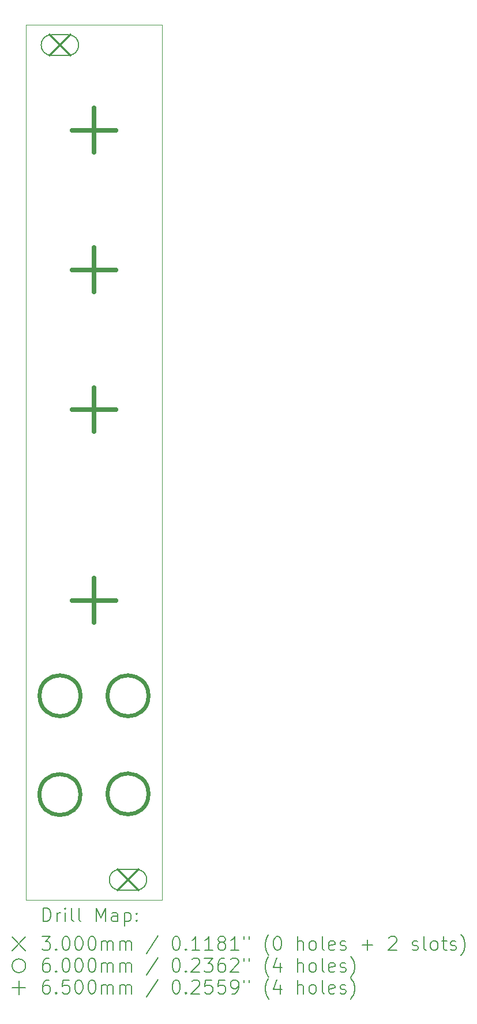
<source format=gbr>
%TF.GenerationSoftware,KiCad,Pcbnew,6.0.10+dfsg-1~bpo11+1*%
%TF.CreationDate,Date%
%TF.ProjectId,RP2040-VCO,52503230-3430-42d5-9643-4f2e6b696361,rev?*%
%TF.SameCoordinates,Original*%
%TF.FileFunction,Drillmap*%
%TF.FilePolarity,Positive*%
%FSLAX45Y45*%
G04 Gerber Fmt 4.5, Leading zero omitted, Abs format (unit mm)*
G04 Created by KiCad*
%MOMM*%
%LPD*%
G01*
G04 APERTURE LIST*
%ADD10C,0.050000*%
%ADD11C,0.200000*%
%ADD12C,0.300000*%
%ADD13C,0.600000*%
%ADD14C,0.650000*%
G04 APERTURE END LIST*
D10*
X13150000Y-2700000D02*
X13150000Y-15550000D01*
X11150000Y-15550000D02*
X11150000Y-15100000D01*
X11150000Y-2700000D02*
X11150000Y-15100000D01*
X13150000Y-15550000D02*
X11150000Y-15550000D01*
X11150000Y-2700000D02*
X13150000Y-2700000D01*
D11*
D12*
X11500000Y-2850000D02*
X11800000Y-3150000D01*
X11800000Y-2850000D02*
X11500000Y-3150000D01*
D11*
X11525000Y-3150000D02*
X11775000Y-3150000D01*
X11525000Y-2850000D02*
X11775000Y-2850000D01*
X11775000Y-3150000D02*
G75*
G03*
X11775000Y-2850000I0J150000D01*
G01*
X11525000Y-2850000D02*
G75*
G03*
X11525000Y-3150000I0J-150000D01*
G01*
D12*
X12500000Y-15100000D02*
X12800000Y-15400000D01*
X12800000Y-15100000D02*
X12500000Y-15400000D01*
D11*
X12525000Y-15400000D02*
X12775000Y-15400000D01*
X12525000Y-15100000D02*
X12775000Y-15100000D01*
X12775000Y-15400000D02*
G75*
G03*
X12775000Y-15100000I0J150000D01*
G01*
X12525000Y-15100000D02*
G75*
G03*
X12525000Y-15400000I0J-150000D01*
G01*
D13*
X11950000Y-14000000D02*
G75*
G03*
X11950000Y-14000000I-300000J0D01*
G01*
X11951500Y-12550000D02*
G75*
G03*
X11951500Y-12550000I-300000J0D01*
G01*
X12950000Y-12550000D02*
G75*
G03*
X12950000Y-12550000I-300000J0D01*
G01*
X12950000Y-13990000D02*
G75*
G03*
X12950000Y-13990000I-300000J0D01*
G01*
D14*
X12150000Y-3925000D02*
X12150000Y-4575000D01*
X11825000Y-4250000D02*
X12475000Y-4250000D01*
X12150000Y-5975000D02*
X12150000Y-6625000D01*
X11825000Y-6300000D02*
X12475000Y-6300000D01*
X12150000Y-8025000D02*
X12150000Y-8675000D01*
X11825000Y-8350000D02*
X12475000Y-8350000D01*
X12150000Y-10825000D02*
X12150000Y-11475000D01*
X11825000Y-11150000D02*
X12475000Y-11150000D01*
D11*
X11405119Y-15862976D02*
X11405119Y-15662976D01*
X11452738Y-15662976D01*
X11481309Y-15672500D01*
X11500357Y-15691548D01*
X11509881Y-15710595D01*
X11519405Y-15748690D01*
X11519405Y-15777262D01*
X11509881Y-15815357D01*
X11500357Y-15834405D01*
X11481309Y-15853452D01*
X11452738Y-15862976D01*
X11405119Y-15862976D01*
X11605119Y-15862976D02*
X11605119Y-15729643D01*
X11605119Y-15767738D02*
X11614643Y-15748690D01*
X11624166Y-15739167D01*
X11643214Y-15729643D01*
X11662262Y-15729643D01*
X11728928Y-15862976D02*
X11728928Y-15729643D01*
X11728928Y-15662976D02*
X11719405Y-15672500D01*
X11728928Y-15682024D01*
X11738452Y-15672500D01*
X11728928Y-15662976D01*
X11728928Y-15682024D01*
X11852738Y-15862976D02*
X11833690Y-15853452D01*
X11824166Y-15834405D01*
X11824166Y-15662976D01*
X11957500Y-15862976D02*
X11938452Y-15853452D01*
X11928928Y-15834405D01*
X11928928Y-15662976D01*
X12186071Y-15862976D02*
X12186071Y-15662976D01*
X12252738Y-15805833D01*
X12319405Y-15662976D01*
X12319405Y-15862976D01*
X12500357Y-15862976D02*
X12500357Y-15758214D01*
X12490833Y-15739167D01*
X12471786Y-15729643D01*
X12433690Y-15729643D01*
X12414643Y-15739167D01*
X12500357Y-15853452D02*
X12481309Y-15862976D01*
X12433690Y-15862976D01*
X12414643Y-15853452D01*
X12405119Y-15834405D01*
X12405119Y-15815357D01*
X12414643Y-15796309D01*
X12433690Y-15786786D01*
X12481309Y-15786786D01*
X12500357Y-15777262D01*
X12595595Y-15729643D02*
X12595595Y-15929643D01*
X12595595Y-15739167D02*
X12614643Y-15729643D01*
X12652738Y-15729643D01*
X12671786Y-15739167D01*
X12681309Y-15748690D01*
X12690833Y-15767738D01*
X12690833Y-15824881D01*
X12681309Y-15843928D01*
X12671786Y-15853452D01*
X12652738Y-15862976D01*
X12614643Y-15862976D01*
X12595595Y-15853452D01*
X12776547Y-15843928D02*
X12786071Y-15853452D01*
X12776547Y-15862976D01*
X12767024Y-15853452D01*
X12776547Y-15843928D01*
X12776547Y-15862976D01*
X12776547Y-15739167D02*
X12786071Y-15748690D01*
X12776547Y-15758214D01*
X12767024Y-15748690D01*
X12776547Y-15739167D01*
X12776547Y-15758214D01*
X10947500Y-16092500D02*
X11147500Y-16292500D01*
X11147500Y-16092500D02*
X10947500Y-16292500D01*
X11386071Y-16082976D02*
X11509881Y-16082976D01*
X11443214Y-16159167D01*
X11471786Y-16159167D01*
X11490833Y-16168690D01*
X11500357Y-16178214D01*
X11509881Y-16197262D01*
X11509881Y-16244881D01*
X11500357Y-16263928D01*
X11490833Y-16273452D01*
X11471786Y-16282976D01*
X11414643Y-16282976D01*
X11395595Y-16273452D01*
X11386071Y-16263928D01*
X11595595Y-16263928D02*
X11605119Y-16273452D01*
X11595595Y-16282976D01*
X11586071Y-16273452D01*
X11595595Y-16263928D01*
X11595595Y-16282976D01*
X11728928Y-16082976D02*
X11747976Y-16082976D01*
X11767024Y-16092500D01*
X11776547Y-16102024D01*
X11786071Y-16121071D01*
X11795595Y-16159167D01*
X11795595Y-16206786D01*
X11786071Y-16244881D01*
X11776547Y-16263928D01*
X11767024Y-16273452D01*
X11747976Y-16282976D01*
X11728928Y-16282976D01*
X11709881Y-16273452D01*
X11700357Y-16263928D01*
X11690833Y-16244881D01*
X11681309Y-16206786D01*
X11681309Y-16159167D01*
X11690833Y-16121071D01*
X11700357Y-16102024D01*
X11709881Y-16092500D01*
X11728928Y-16082976D01*
X11919405Y-16082976D02*
X11938452Y-16082976D01*
X11957500Y-16092500D01*
X11967024Y-16102024D01*
X11976547Y-16121071D01*
X11986071Y-16159167D01*
X11986071Y-16206786D01*
X11976547Y-16244881D01*
X11967024Y-16263928D01*
X11957500Y-16273452D01*
X11938452Y-16282976D01*
X11919405Y-16282976D01*
X11900357Y-16273452D01*
X11890833Y-16263928D01*
X11881309Y-16244881D01*
X11871786Y-16206786D01*
X11871786Y-16159167D01*
X11881309Y-16121071D01*
X11890833Y-16102024D01*
X11900357Y-16092500D01*
X11919405Y-16082976D01*
X12109881Y-16082976D02*
X12128928Y-16082976D01*
X12147976Y-16092500D01*
X12157500Y-16102024D01*
X12167024Y-16121071D01*
X12176547Y-16159167D01*
X12176547Y-16206786D01*
X12167024Y-16244881D01*
X12157500Y-16263928D01*
X12147976Y-16273452D01*
X12128928Y-16282976D01*
X12109881Y-16282976D01*
X12090833Y-16273452D01*
X12081309Y-16263928D01*
X12071786Y-16244881D01*
X12062262Y-16206786D01*
X12062262Y-16159167D01*
X12071786Y-16121071D01*
X12081309Y-16102024D01*
X12090833Y-16092500D01*
X12109881Y-16082976D01*
X12262262Y-16282976D02*
X12262262Y-16149643D01*
X12262262Y-16168690D02*
X12271786Y-16159167D01*
X12290833Y-16149643D01*
X12319405Y-16149643D01*
X12338452Y-16159167D01*
X12347976Y-16178214D01*
X12347976Y-16282976D01*
X12347976Y-16178214D02*
X12357500Y-16159167D01*
X12376547Y-16149643D01*
X12405119Y-16149643D01*
X12424166Y-16159167D01*
X12433690Y-16178214D01*
X12433690Y-16282976D01*
X12528928Y-16282976D02*
X12528928Y-16149643D01*
X12528928Y-16168690D02*
X12538452Y-16159167D01*
X12557500Y-16149643D01*
X12586071Y-16149643D01*
X12605119Y-16159167D01*
X12614643Y-16178214D01*
X12614643Y-16282976D01*
X12614643Y-16178214D02*
X12624166Y-16159167D01*
X12643214Y-16149643D01*
X12671786Y-16149643D01*
X12690833Y-16159167D01*
X12700357Y-16178214D01*
X12700357Y-16282976D01*
X13090833Y-16073452D02*
X12919405Y-16330595D01*
X13347976Y-16082976D02*
X13367024Y-16082976D01*
X13386071Y-16092500D01*
X13395595Y-16102024D01*
X13405119Y-16121071D01*
X13414643Y-16159167D01*
X13414643Y-16206786D01*
X13405119Y-16244881D01*
X13395595Y-16263928D01*
X13386071Y-16273452D01*
X13367024Y-16282976D01*
X13347976Y-16282976D01*
X13328928Y-16273452D01*
X13319405Y-16263928D01*
X13309881Y-16244881D01*
X13300357Y-16206786D01*
X13300357Y-16159167D01*
X13309881Y-16121071D01*
X13319405Y-16102024D01*
X13328928Y-16092500D01*
X13347976Y-16082976D01*
X13500357Y-16263928D02*
X13509881Y-16273452D01*
X13500357Y-16282976D01*
X13490833Y-16273452D01*
X13500357Y-16263928D01*
X13500357Y-16282976D01*
X13700357Y-16282976D02*
X13586071Y-16282976D01*
X13643214Y-16282976D02*
X13643214Y-16082976D01*
X13624166Y-16111548D01*
X13605119Y-16130595D01*
X13586071Y-16140119D01*
X13890833Y-16282976D02*
X13776547Y-16282976D01*
X13833690Y-16282976D02*
X13833690Y-16082976D01*
X13814643Y-16111548D01*
X13795595Y-16130595D01*
X13776547Y-16140119D01*
X14005119Y-16168690D02*
X13986071Y-16159167D01*
X13976547Y-16149643D01*
X13967024Y-16130595D01*
X13967024Y-16121071D01*
X13976547Y-16102024D01*
X13986071Y-16092500D01*
X14005119Y-16082976D01*
X14043214Y-16082976D01*
X14062262Y-16092500D01*
X14071786Y-16102024D01*
X14081309Y-16121071D01*
X14081309Y-16130595D01*
X14071786Y-16149643D01*
X14062262Y-16159167D01*
X14043214Y-16168690D01*
X14005119Y-16168690D01*
X13986071Y-16178214D01*
X13976547Y-16187738D01*
X13967024Y-16206786D01*
X13967024Y-16244881D01*
X13976547Y-16263928D01*
X13986071Y-16273452D01*
X14005119Y-16282976D01*
X14043214Y-16282976D01*
X14062262Y-16273452D01*
X14071786Y-16263928D01*
X14081309Y-16244881D01*
X14081309Y-16206786D01*
X14071786Y-16187738D01*
X14062262Y-16178214D01*
X14043214Y-16168690D01*
X14271786Y-16282976D02*
X14157500Y-16282976D01*
X14214643Y-16282976D02*
X14214643Y-16082976D01*
X14195595Y-16111548D01*
X14176547Y-16130595D01*
X14157500Y-16140119D01*
X14347976Y-16082976D02*
X14347976Y-16121071D01*
X14424166Y-16082976D02*
X14424166Y-16121071D01*
X14719405Y-16359167D02*
X14709881Y-16349643D01*
X14690833Y-16321071D01*
X14681309Y-16302024D01*
X14671786Y-16273452D01*
X14662262Y-16225833D01*
X14662262Y-16187738D01*
X14671786Y-16140119D01*
X14681309Y-16111548D01*
X14690833Y-16092500D01*
X14709881Y-16063928D01*
X14719405Y-16054405D01*
X14833690Y-16082976D02*
X14852738Y-16082976D01*
X14871786Y-16092500D01*
X14881309Y-16102024D01*
X14890833Y-16121071D01*
X14900357Y-16159167D01*
X14900357Y-16206786D01*
X14890833Y-16244881D01*
X14881309Y-16263928D01*
X14871786Y-16273452D01*
X14852738Y-16282976D01*
X14833690Y-16282976D01*
X14814643Y-16273452D01*
X14805119Y-16263928D01*
X14795595Y-16244881D01*
X14786071Y-16206786D01*
X14786071Y-16159167D01*
X14795595Y-16121071D01*
X14805119Y-16102024D01*
X14814643Y-16092500D01*
X14833690Y-16082976D01*
X15138452Y-16282976D02*
X15138452Y-16082976D01*
X15224166Y-16282976D02*
X15224166Y-16178214D01*
X15214643Y-16159167D01*
X15195595Y-16149643D01*
X15167024Y-16149643D01*
X15147976Y-16159167D01*
X15138452Y-16168690D01*
X15347976Y-16282976D02*
X15328928Y-16273452D01*
X15319405Y-16263928D01*
X15309881Y-16244881D01*
X15309881Y-16187738D01*
X15319405Y-16168690D01*
X15328928Y-16159167D01*
X15347976Y-16149643D01*
X15376547Y-16149643D01*
X15395595Y-16159167D01*
X15405119Y-16168690D01*
X15414643Y-16187738D01*
X15414643Y-16244881D01*
X15405119Y-16263928D01*
X15395595Y-16273452D01*
X15376547Y-16282976D01*
X15347976Y-16282976D01*
X15528928Y-16282976D02*
X15509881Y-16273452D01*
X15500357Y-16254405D01*
X15500357Y-16082976D01*
X15681309Y-16273452D02*
X15662262Y-16282976D01*
X15624166Y-16282976D01*
X15605119Y-16273452D01*
X15595595Y-16254405D01*
X15595595Y-16178214D01*
X15605119Y-16159167D01*
X15624166Y-16149643D01*
X15662262Y-16149643D01*
X15681309Y-16159167D01*
X15690833Y-16178214D01*
X15690833Y-16197262D01*
X15595595Y-16216309D01*
X15767024Y-16273452D02*
X15786071Y-16282976D01*
X15824166Y-16282976D01*
X15843214Y-16273452D01*
X15852738Y-16254405D01*
X15852738Y-16244881D01*
X15843214Y-16225833D01*
X15824166Y-16216309D01*
X15795595Y-16216309D01*
X15776547Y-16206786D01*
X15767024Y-16187738D01*
X15767024Y-16178214D01*
X15776547Y-16159167D01*
X15795595Y-16149643D01*
X15824166Y-16149643D01*
X15843214Y-16159167D01*
X16090833Y-16206786D02*
X16243214Y-16206786D01*
X16167024Y-16282976D02*
X16167024Y-16130595D01*
X16481309Y-16102024D02*
X16490833Y-16092500D01*
X16509881Y-16082976D01*
X16557500Y-16082976D01*
X16576547Y-16092500D01*
X16586071Y-16102024D01*
X16595595Y-16121071D01*
X16595595Y-16140119D01*
X16586071Y-16168690D01*
X16471786Y-16282976D01*
X16595595Y-16282976D01*
X16824167Y-16273452D02*
X16843214Y-16282976D01*
X16881309Y-16282976D01*
X16900357Y-16273452D01*
X16909881Y-16254405D01*
X16909881Y-16244881D01*
X16900357Y-16225833D01*
X16881309Y-16216309D01*
X16852738Y-16216309D01*
X16833690Y-16206786D01*
X16824167Y-16187738D01*
X16824167Y-16178214D01*
X16833690Y-16159167D01*
X16852738Y-16149643D01*
X16881309Y-16149643D01*
X16900357Y-16159167D01*
X17024167Y-16282976D02*
X17005119Y-16273452D01*
X16995595Y-16254405D01*
X16995595Y-16082976D01*
X17128928Y-16282976D02*
X17109881Y-16273452D01*
X17100357Y-16263928D01*
X17090833Y-16244881D01*
X17090833Y-16187738D01*
X17100357Y-16168690D01*
X17109881Y-16159167D01*
X17128928Y-16149643D01*
X17157500Y-16149643D01*
X17176548Y-16159167D01*
X17186071Y-16168690D01*
X17195595Y-16187738D01*
X17195595Y-16244881D01*
X17186071Y-16263928D01*
X17176548Y-16273452D01*
X17157500Y-16282976D01*
X17128928Y-16282976D01*
X17252738Y-16149643D02*
X17328928Y-16149643D01*
X17281309Y-16082976D02*
X17281309Y-16254405D01*
X17290833Y-16273452D01*
X17309881Y-16282976D01*
X17328928Y-16282976D01*
X17386071Y-16273452D02*
X17405119Y-16282976D01*
X17443214Y-16282976D01*
X17462262Y-16273452D01*
X17471786Y-16254405D01*
X17471786Y-16244881D01*
X17462262Y-16225833D01*
X17443214Y-16216309D01*
X17414643Y-16216309D01*
X17395595Y-16206786D01*
X17386071Y-16187738D01*
X17386071Y-16178214D01*
X17395595Y-16159167D01*
X17414643Y-16149643D01*
X17443214Y-16149643D01*
X17462262Y-16159167D01*
X17538452Y-16359167D02*
X17547976Y-16349643D01*
X17567024Y-16321071D01*
X17576548Y-16302024D01*
X17586071Y-16273452D01*
X17595595Y-16225833D01*
X17595595Y-16187738D01*
X17586071Y-16140119D01*
X17576548Y-16111548D01*
X17567024Y-16092500D01*
X17547976Y-16063928D01*
X17538452Y-16054405D01*
X11147500Y-16512500D02*
G75*
G03*
X11147500Y-16512500I-100000J0D01*
G01*
X11490833Y-16402976D02*
X11452738Y-16402976D01*
X11433690Y-16412500D01*
X11424166Y-16422024D01*
X11405119Y-16450595D01*
X11395595Y-16488690D01*
X11395595Y-16564881D01*
X11405119Y-16583928D01*
X11414643Y-16593452D01*
X11433690Y-16602976D01*
X11471786Y-16602976D01*
X11490833Y-16593452D01*
X11500357Y-16583928D01*
X11509881Y-16564881D01*
X11509881Y-16517262D01*
X11500357Y-16498214D01*
X11490833Y-16488690D01*
X11471786Y-16479167D01*
X11433690Y-16479167D01*
X11414643Y-16488690D01*
X11405119Y-16498214D01*
X11395595Y-16517262D01*
X11595595Y-16583928D02*
X11605119Y-16593452D01*
X11595595Y-16602976D01*
X11586071Y-16593452D01*
X11595595Y-16583928D01*
X11595595Y-16602976D01*
X11728928Y-16402976D02*
X11747976Y-16402976D01*
X11767024Y-16412500D01*
X11776547Y-16422024D01*
X11786071Y-16441071D01*
X11795595Y-16479167D01*
X11795595Y-16526786D01*
X11786071Y-16564881D01*
X11776547Y-16583928D01*
X11767024Y-16593452D01*
X11747976Y-16602976D01*
X11728928Y-16602976D01*
X11709881Y-16593452D01*
X11700357Y-16583928D01*
X11690833Y-16564881D01*
X11681309Y-16526786D01*
X11681309Y-16479167D01*
X11690833Y-16441071D01*
X11700357Y-16422024D01*
X11709881Y-16412500D01*
X11728928Y-16402976D01*
X11919405Y-16402976D02*
X11938452Y-16402976D01*
X11957500Y-16412500D01*
X11967024Y-16422024D01*
X11976547Y-16441071D01*
X11986071Y-16479167D01*
X11986071Y-16526786D01*
X11976547Y-16564881D01*
X11967024Y-16583928D01*
X11957500Y-16593452D01*
X11938452Y-16602976D01*
X11919405Y-16602976D01*
X11900357Y-16593452D01*
X11890833Y-16583928D01*
X11881309Y-16564881D01*
X11871786Y-16526786D01*
X11871786Y-16479167D01*
X11881309Y-16441071D01*
X11890833Y-16422024D01*
X11900357Y-16412500D01*
X11919405Y-16402976D01*
X12109881Y-16402976D02*
X12128928Y-16402976D01*
X12147976Y-16412500D01*
X12157500Y-16422024D01*
X12167024Y-16441071D01*
X12176547Y-16479167D01*
X12176547Y-16526786D01*
X12167024Y-16564881D01*
X12157500Y-16583928D01*
X12147976Y-16593452D01*
X12128928Y-16602976D01*
X12109881Y-16602976D01*
X12090833Y-16593452D01*
X12081309Y-16583928D01*
X12071786Y-16564881D01*
X12062262Y-16526786D01*
X12062262Y-16479167D01*
X12071786Y-16441071D01*
X12081309Y-16422024D01*
X12090833Y-16412500D01*
X12109881Y-16402976D01*
X12262262Y-16602976D02*
X12262262Y-16469643D01*
X12262262Y-16488690D02*
X12271786Y-16479167D01*
X12290833Y-16469643D01*
X12319405Y-16469643D01*
X12338452Y-16479167D01*
X12347976Y-16498214D01*
X12347976Y-16602976D01*
X12347976Y-16498214D02*
X12357500Y-16479167D01*
X12376547Y-16469643D01*
X12405119Y-16469643D01*
X12424166Y-16479167D01*
X12433690Y-16498214D01*
X12433690Y-16602976D01*
X12528928Y-16602976D02*
X12528928Y-16469643D01*
X12528928Y-16488690D02*
X12538452Y-16479167D01*
X12557500Y-16469643D01*
X12586071Y-16469643D01*
X12605119Y-16479167D01*
X12614643Y-16498214D01*
X12614643Y-16602976D01*
X12614643Y-16498214D02*
X12624166Y-16479167D01*
X12643214Y-16469643D01*
X12671786Y-16469643D01*
X12690833Y-16479167D01*
X12700357Y-16498214D01*
X12700357Y-16602976D01*
X13090833Y-16393452D02*
X12919405Y-16650595D01*
X13347976Y-16402976D02*
X13367024Y-16402976D01*
X13386071Y-16412500D01*
X13395595Y-16422024D01*
X13405119Y-16441071D01*
X13414643Y-16479167D01*
X13414643Y-16526786D01*
X13405119Y-16564881D01*
X13395595Y-16583928D01*
X13386071Y-16593452D01*
X13367024Y-16602976D01*
X13347976Y-16602976D01*
X13328928Y-16593452D01*
X13319405Y-16583928D01*
X13309881Y-16564881D01*
X13300357Y-16526786D01*
X13300357Y-16479167D01*
X13309881Y-16441071D01*
X13319405Y-16422024D01*
X13328928Y-16412500D01*
X13347976Y-16402976D01*
X13500357Y-16583928D02*
X13509881Y-16593452D01*
X13500357Y-16602976D01*
X13490833Y-16593452D01*
X13500357Y-16583928D01*
X13500357Y-16602976D01*
X13586071Y-16422024D02*
X13595595Y-16412500D01*
X13614643Y-16402976D01*
X13662262Y-16402976D01*
X13681309Y-16412500D01*
X13690833Y-16422024D01*
X13700357Y-16441071D01*
X13700357Y-16460119D01*
X13690833Y-16488690D01*
X13576547Y-16602976D01*
X13700357Y-16602976D01*
X13767024Y-16402976D02*
X13890833Y-16402976D01*
X13824166Y-16479167D01*
X13852738Y-16479167D01*
X13871786Y-16488690D01*
X13881309Y-16498214D01*
X13890833Y-16517262D01*
X13890833Y-16564881D01*
X13881309Y-16583928D01*
X13871786Y-16593452D01*
X13852738Y-16602976D01*
X13795595Y-16602976D01*
X13776547Y-16593452D01*
X13767024Y-16583928D01*
X14062262Y-16402976D02*
X14024166Y-16402976D01*
X14005119Y-16412500D01*
X13995595Y-16422024D01*
X13976547Y-16450595D01*
X13967024Y-16488690D01*
X13967024Y-16564881D01*
X13976547Y-16583928D01*
X13986071Y-16593452D01*
X14005119Y-16602976D01*
X14043214Y-16602976D01*
X14062262Y-16593452D01*
X14071786Y-16583928D01*
X14081309Y-16564881D01*
X14081309Y-16517262D01*
X14071786Y-16498214D01*
X14062262Y-16488690D01*
X14043214Y-16479167D01*
X14005119Y-16479167D01*
X13986071Y-16488690D01*
X13976547Y-16498214D01*
X13967024Y-16517262D01*
X14157500Y-16422024D02*
X14167024Y-16412500D01*
X14186071Y-16402976D01*
X14233690Y-16402976D01*
X14252738Y-16412500D01*
X14262262Y-16422024D01*
X14271786Y-16441071D01*
X14271786Y-16460119D01*
X14262262Y-16488690D01*
X14147976Y-16602976D01*
X14271786Y-16602976D01*
X14347976Y-16402976D02*
X14347976Y-16441071D01*
X14424166Y-16402976D02*
X14424166Y-16441071D01*
X14719405Y-16679167D02*
X14709881Y-16669643D01*
X14690833Y-16641071D01*
X14681309Y-16622024D01*
X14671786Y-16593452D01*
X14662262Y-16545833D01*
X14662262Y-16507738D01*
X14671786Y-16460119D01*
X14681309Y-16431548D01*
X14690833Y-16412500D01*
X14709881Y-16383928D01*
X14719405Y-16374405D01*
X14881309Y-16469643D02*
X14881309Y-16602976D01*
X14833690Y-16393452D02*
X14786071Y-16536309D01*
X14909881Y-16536309D01*
X15138452Y-16602976D02*
X15138452Y-16402976D01*
X15224166Y-16602976D02*
X15224166Y-16498214D01*
X15214643Y-16479167D01*
X15195595Y-16469643D01*
X15167024Y-16469643D01*
X15147976Y-16479167D01*
X15138452Y-16488690D01*
X15347976Y-16602976D02*
X15328928Y-16593452D01*
X15319405Y-16583928D01*
X15309881Y-16564881D01*
X15309881Y-16507738D01*
X15319405Y-16488690D01*
X15328928Y-16479167D01*
X15347976Y-16469643D01*
X15376547Y-16469643D01*
X15395595Y-16479167D01*
X15405119Y-16488690D01*
X15414643Y-16507738D01*
X15414643Y-16564881D01*
X15405119Y-16583928D01*
X15395595Y-16593452D01*
X15376547Y-16602976D01*
X15347976Y-16602976D01*
X15528928Y-16602976D02*
X15509881Y-16593452D01*
X15500357Y-16574405D01*
X15500357Y-16402976D01*
X15681309Y-16593452D02*
X15662262Y-16602976D01*
X15624166Y-16602976D01*
X15605119Y-16593452D01*
X15595595Y-16574405D01*
X15595595Y-16498214D01*
X15605119Y-16479167D01*
X15624166Y-16469643D01*
X15662262Y-16469643D01*
X15681309Y-16479167D01*
X15690833Y-16498214D01*
X15690833Y-16517262D01*
X15595595Y-16536309D01*
X15767024Y-16593452D02*
X15786071Y-16602976D01*
X15824166Y-16602976D01*
X15843214Y-16593452D01*
X15852738Y-16574405D01*
X15852738Y-16564881D01*
X15843214Y-16545833D01*
X15824166Y-16536309D01*
X15795595Y-16536309D01*
X15776547Y-16526786D01*
X15767024Y-16507738D01*
X15767024Y-16498214D01*
X15776547Y-16479167D01*
X15795595Y-16469643D01*
X15824166Y-16469643D01*
X15843214Y-16479167D01*
X15919405Y-16679167D02*
X15928928Y-16669643D01*
X15947976Y-16641071D01*
X15957500Y-16622024D01*
X15967024Y-16593452D01*
X15976547Y-16545833D01*
X15976547Y-16507738D01*
X15967024Y-16460119D01*
X15957500Y-16431548D01*
X15947976Y-16412500D01*
X15928928Y-16383928D01*
X15919405Y-16374405D01*
X11047500Y-16732500D02*
X11047500Y-16932500D01*
X10947500Y-16832500D02*
X11147500Y-16832500D01*
X11490833Y-16722976D02*
X11452738Y-16722976D01*
X11433690Y-16732500D01*
X11424166Y-16742024D01*
X11405119Y-16770595D01*
X11395595Y-16808690D01*
X11395595Y-16884881D01*
X11405119Y-16903929D01*
X11414643Y-16913452D01*
X11433690Y-16922976D01*
X11471786Y-16922976D01*
X11490833Y-16913452D01*
X11500357Y-16903929D01*
X11509881Y-16884881D01*
X11509881Y-16837262D01*
X11500357Y-16818214D01*
X11490833Y-16808690D01*
X11471786Y-16799167D01*
X11433690Y-16799167D01*
X11414643Y-16808690D01*
X11405119Y-16818214D01*
X11395595Y-16837262D01*
X11595595Y-16903929D02*
X11605119Y-16913452D01*
X11595595Y-16922976D01*
X11586071Y-16913452D01*
X11595595Y-16903929D01*
X11595595Y-16922976D01*
X11786071Y-16722976D02*
X11690833Y-16722976D01*
X11681309Y-16818214D01*
X11690833Y-16808690D01*
X11709881Y-16799167D01*
X11757500Y-16799167D01*
X11776547Y-16808690D01*
X11786071Y-16818214D01*
X11795595Y-16837262D01*
X11795595Y-16884881D01*
X11786071Y-16903929D01*
X11776547Y-16913452D01*
X11757500Y-16922976D01*
X11709881Y-16922976D01*
X11690833Y-16913452D01*
X11681309Y-16903929D01*
X11919405Y-16722976D02*
X11938452Y-16722976D01*
X11957500Y-16732500D01*
X11967024Y-16742024D01*
X11976547Y-16761071D01*
X11986071Y-16799167D01*
X11986071Y-16846786D01*
X11976547Y-16884881D01*
X11967024Y-16903929D01*
X11957500Y-16913452D01*
X11938452Y-16922976D01*
X11919405Y-16922976D01*
X11900357Y-16913452D01*
X11890833Y-16903929D01*
X11881309Y-16884881D01*
X11871786Y-16846786D01*
X11871786Y-16799167D01*
X11881309Y-16761071D01*
X11890833Y-16742024D01*
X11900357Y-16732500D01*
X11919405Y-16722976D01*
X12109881Y-16722976D02*
X12128928Y-16722976D01*
X12147976Y-16732500D01*
X12157500Y-16742024D01*
X12167024Y-16761071D01*
X12176547Y-16799167D01*
X12176547Y-16846786D01*
X12167024Y-16884881D01*
X12157500Y-16903929D01*
X12147976Y-16913452D01*
X12128928Y-16922976D01*
X12109881Y-16922976D01*
X12090833Y-16913452D01*
X12081309Y-16903929D01*
X12071786Y-16884881D01*
X12062262Y-16846786D01*
X12062262Y-16799167D01*
X12071786Y-16761071D01*
X12081309Y-16742024D01*
X12090833Y-16732500D01*
X12109881Y-16722976D01*
X12262262Y-16922976D02*
X12262262Y-16789643D01*
X12262262Y-16808690D02*
X12271786Y-16799167D01*
X12290833Y-16789643D01*
X12319405Y-16789643D01*
X12338452Y-16799167D01*
X12347976Y-16818214D01*
X12347976Y-16922976D01*
X12347976Y-16818214D02*
X12357500Y-16799167D01*
X12376547Y-16789643D01*
X12405119Y-16789643D01*
X12424166Y-16799167D01*
X12433690Y-16818214D01*
X12433690Y-16922976D01*
X12528928Y-16922976D02*
X12528928Y-16789643D01*
X12528928Y-16808690D02*
X12538452Y-16799167D01*
X12557500Y-16789643D01*
X12586071Y-16789643D01*
X12605119Y-16799167D01*
X12614643Y-16818214D01*
X12614643Y-16922976D01*
X12614643Y-16818214D02*
X12624166Y-16799167D01*
X12643214Y-16789643D01*
X12671786Y-16789643D01*
X12690833Y-16799167D01*
X12700357Y-16818214D01*
X12700357Y-16922976D01*
X13090833Y-16713452D02*
X12919405Y-16970595D01*
X13347976Y-16722976D02*
X13367024Y-16722976D01*
X13386071Y-16732500D01*
X13395595Y-16742024D01*
X13405119Y-16761071D01*
X13414643Y-16799167D01*
X13414643Y-16846786D01*
X13405119Y-16884881D01*
X13395595Y-16903929D01*
X13386071Y-16913452D01*
X13367024Y-16922976D01*
X13347976Y-16922976D01*
X13328928Y-16913452D01*
X13319405Y-16903929D01*
X13309881Y-16884881D01*
X13300357Y-16846786D01*
X13300357Y-16799167D01*
X13309881Y-16761071D01*
X13319405Y-16742024D01*
X13328928Y-16732500D01*
X13347976Y-16722976D01*
X13500357Y-16903929D02*
X13509881Y-16913452D01*
X13500357Y-16922976D01*
X13490833Y-16913452D01*
X13500357Y-16903929D01*
X13500357Y-16922976D01*
X13586071Y-16742024D02*
X13595595Y-16732500D01*
X13614643Y-16722976D01*
X13662262Y-16722976D01*
X13681309Y-16732500D01*
X13690833Y-16742024D01*
X13700357Y-16761071D01*
X13700357Y-16780119D01*
X13690833Y-16808690D01*
X13576547Y-16922976D01*
X13700357Y-16922976D01*
X13881309Y-16722976D02*
X13786071Y-16722976D01*
X13776547Y-16818214D01*
X13786071Y-16808690D01*
X13805119Y-16799167D01*
X13852738Y-16799167D01*
X13871786Y-16808690D01*
X13881309Y-16818214D01*
X13890833Y-16837262D01*
X13890833Y-16884881D01*
X13881309Y-16903929D01*
X13871786Y-16913452D01*
X13852738Y-16922976D01*
X13805119Y-16922976D01*
X13786071Y-16913452D01*
X13776547Y-16903929D01*
X14071786Y-16722976D02*
X13976547Y-16722976D01*
X13967024Y-16818214D01*
X13976547Y-16808690D01*
X13995595Y-16799167D01*
X14043214Y-16799167D01*
X14062262Y-16808690D01*
X14071786Y-16818214D01*
X14081309Y-16837262D01*
X14081309Y-16884881D01*
X14071786Y-16903929D01*
X14062262Y-16913452D01*
X14043214Y-16922976D01*
X13995595Y-16922976D01*
X13976547Y-16913452D01*
X13967024Y-16903929D01*
X14176547Y-16922976D02*
X14214643Y-16922976D01*
X14233690Y-16913452D01*
X14243214Y-16903929D01*
X14262262Y-16875357D01*
X14271786Y-16837262D01*
X14271786Y-16761071D01*
X14262262Y-16742024D01*
X14252738Y-16732500D01*
X14233690Y-16722976D01*
X14195595Y-16722976D01*
X14176547Y-16732500D01*
X14167024Y-16742024D01*
X14157500Y-16761071D01*
X14157500Y-16808690D01*
X14167024Y-16827738D01*
X14176547Y-16837262D01*
X14195595Y-16846786D01*
X14233690Y-16846786D01*
X14252738Y-16837262D01*
X14262262Y-16827738D01*
X14271786Y-16808690D01*
X14347976Y-16722976D02*
X14347976Y-16761071D01*
X14424166Y-16722976D02*
X14424166Y-16761071D01*
X14719405Y-16999167D02*
X14709881Y-16989643D01*
X14690833Y-16961071D01*
X14681309Y-16942024D01*
X14671786Y-16913452D01*
X14662262Y-16865833D01*
X14662262Y-16827738D01*
X14671786Y-16780119D01*
X14681309Y-16751548D01*
X14690833Y-16732500D01*
X14709881Y-16703928D01*
X14719405Y-16694405D01*
X14881309Y-16789643D02*
X14881309Y-16922976D01*
X14833690Y-16713452D02*
X14786071Y-16856310D01*
X14909881Y-16856310D01*
X15138452Y-16922976D02*
X15138452Y-16722976D01*
X15224166Y-16922976D02*
X15224166Y-16818214D01*
X15214643Y-16799167D01*
X15195595Y-16789643D01*
X15167024Y-16789643D01*
X15147976Y-16799167D01*
X15138452Y-16808690D01*
X15347976Y-16922976D02*
X15328928Y-16913452D01*
X15319405Y-16903929D01*
X15309881Y-16884881D01*
X15309881Y-16827738D01*
X15319405Y-16808690D01*
X15328928Y-16799167D01*
X15347976Y-16789643D01*
X15376547Y-16789643D01*
X15395595Y-16799167D01*
X15405119Y-16808690D01*
X15414643Y-16827738D01*
X15414643Y-16884881D01*
X15405119Y-16903929D01*
X15395595Y-16913452D01*
X15376547Y-16922976D01*
X15347976Y-16922976D01*
X15528928Y-16922976D02*
X15509881Y-16913452D01*
X15500357Y-16894405D01*
X15500357Y-16722976D01*
X15681309Y-16913452D02*
X15662262Y-16922976D01*
X15624166Y-16922976D01*
X15605119Y-16913452D01*
X15595595Y-16894405D01*
X15595595Y-16818214D01*
X15605119Y-16799167D01*
X15624166Y-16789643D01*
X15662262Y-16789643D01*
X15681309Y-16799167D01*
X15690833Y-16818214D01*
X15690833Y-16837262D01*
X15595595Y-16856310D01*
X15767024Y-16913452D02*
X15786071Y-16922976D01*
X15824166Y-16922976D01*
X15843214Y-16913452D01*
X15852738Y-16894405D01*
X15852738Y-16884881D01*
X15843214Y-16865833D01*
X15824166Y-16856310D01*
X15795595Y-16856310D01*
X15776547Y-16846786D01*
X15767024Y-16827738D01*
X15767024Y-16818214D01*
X15776547Y-16799167D01*
X15795595Y-16789643D01*
X15824166Y-16789643D01*
X15843214Y-16799167D01*
X15919405Y-16999167D02*
X15928928Y-16989643D01*
X15947976Y-16961071D01*
X15957500Y-16942024D01*
X15967024Y-16913452D01*
X15976547Y-16865833D01*
X15976547Y-16827738D01*
X15967024Y-16780119D01*
X15957500Y-16751548D01*
X15947976Y-16732500D01*
X15928928Y-16703928D01*
X15919405Y-16694405D01*
M02*

</source>
